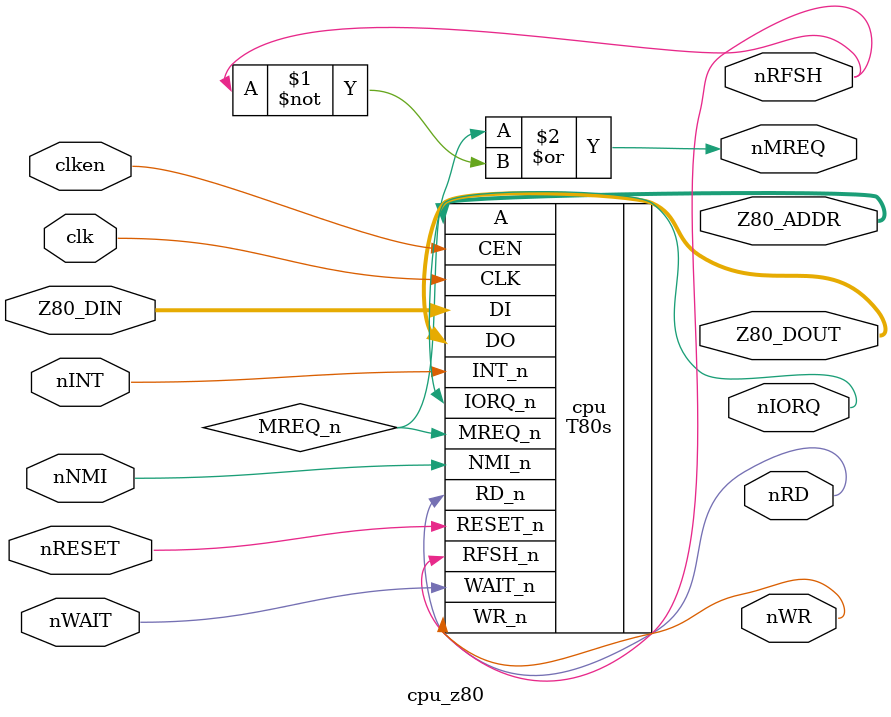
<source format=v>


module cpu_z80(
	input nRESET,
	input clk,
	input clken,
	input [7:0] Z80_DIN,
	output [7:0] Z80_DOUT,
	output [15:0] Z80_ADDR,
	output reg nIORQ,
	output nMREQ, nRFSH,
	output reg nRD, nWR,
	input nINT, nNMI, nWAIT
);

	wire RFSH_n, MREQ_n;
	assign nMREQ = MREQ_n | ~nRFSH;	// Still needed ?

	T80s cpu(
		.RESET_n(nRESET),
		.CLK(clk),
		.CEN(clken),
		.WAIT_n(nWAIT),
		.INT_n(nINT),
		.NMI_n(nNMI),
		.MREQ_n(MREQ_n),
		.IORQ_n(nIORQ),
		.RD_n(nRD),
		.WR_n(nWR),
		.RFSH_n(nRFSH),
		.A(Z80_ADDR),
		.DI(Z80_DIN),
		.DO(Z80_DOUT)
	);

endmodule

</source>
